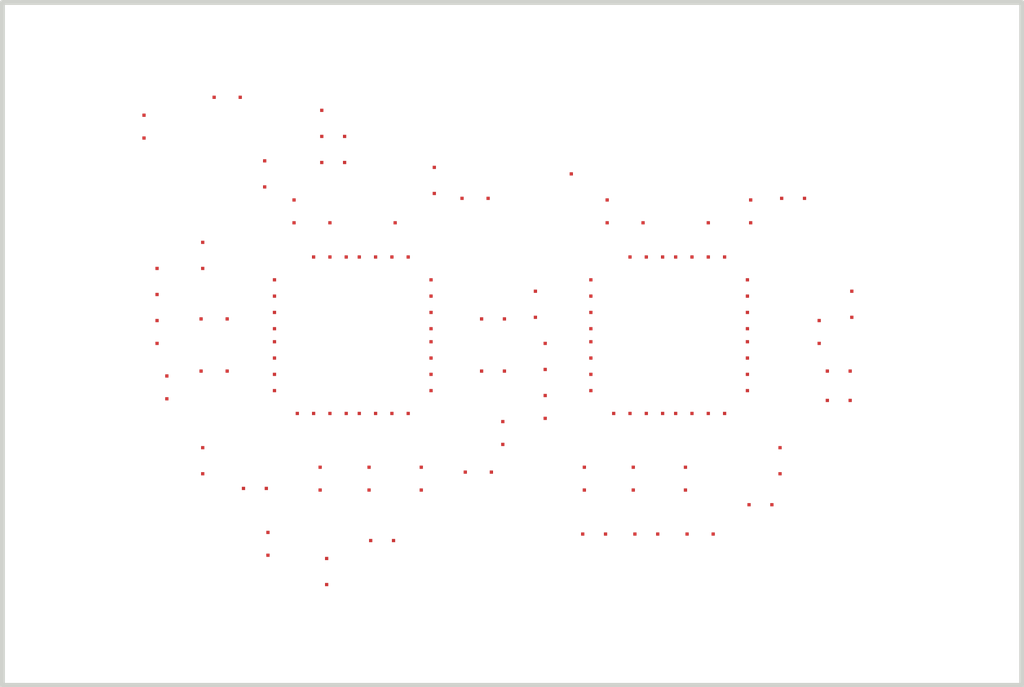
<source format=kicad_pcb>

(kicad_pcb (version 20171130) (host pcbnew "(5.1.2-1)-1")

  (general
    (thickness 1.6)
  )

  (page A4)
  (layers
    (0 Top signal)
    (31 Bottom signal)
    (32 B.Adhes user)
    (33 F.Adhes user)
    (34 B.Paste user)
    (35 F.Paste user)
    (36 B.SilkS user)
    (37 F.SilkS user)
    (38 B.Mask user)
    (39 F.Mask user)
    (40 Dwgs.User user)
    (41 Cmts.User user)
    (42 Eco1.User user)
    (43 Eco2.User user)
    (44 Edge.Cuts user)
    (45 Margin user)
    (46 B.CrtYd user)
    (47 F.CrtYd user)
    (48 B.Fab user)
    (49 F.Fab user)
  )
  (setup
    (last_trace_width 0.25)
    (trace_clearance 0.2)
    (zone_clearance 0.508)
    (zone_45_only no)
    (trace_min 0.2)
    (via_size 0.8)
    (via_drill 0.4)
    (via_min_size 0.4)
    (via_min_drill 0.3)
    (uvia_size 0.3)
    (uvia_drill 0.1)
    (uvias_allowed no)
    (uvia_min_size 0.2)
    (uvia_min_drill 0.1)
    (edge_width 0.05)
    (segment_width 0.2)
    (pcb_text_width 0.3)
    (pcb_text_size 1.5 1.5)
    (mod_edge_width 0.12)
    (mod_text_size 1 1)
    (mod_text_width 0.15)
    (pad_size 1.524 1.524)
    (pad_drill 0.762)
    (pad_to_mask_clearance 0.051)
    (solder_mask_min_width 0.25)
    (aux_axis_origin 0 0)
    (visible_elements FFFFEF7F)
    (pcbplotparams
      (layerselection 0x010fc_ffffffff)
      (usegerberextensions false)
      (usegerberattributes false)
      (usegerberadvancedattributes false)
      (creategerberjobfile false)
      (excludeedgelayer true)
      (linewidth 0.100000)
      (plotframeref false)
      (viasonmask false)
      (mode 1)
      (useauxorigin false)
      (hpglpennumber 1)
      (hpglpenspeed 20)
      (hpglpendiameter 15.000000)
      (psnegative false)
      (psa4output false)
      (plotreference true)
      (plotvalue true)
      (plotinvisibletext false)
      (padsonsilk false)
      (subtractmaskfromsilk false)
      (outputformat 1)
      (mirror false)
      (drillshape 1)
      (scaleselection 1)
      (outputdirectory ""))
  )
  (net 0 "")
  (net 1 N45)
  (net 2 N73)
  (net 3 N74)
  (net 4 N430)
  (net 5 N431)
  (net 6 N451)
  (net 7 N452)
  (net 8 N455)
  (net 9 N456)
  (net 10 N500)
  (net 11 N501)
  (net 12 N525)
  (net 13 N526)
  (net 14 N527)
  (net 15 N528)
  (net 16 N535)
  (net 17 N536)
  (net 18 N537)
  (net 19 N538)
  (net 20 N1836)
  (net 21 N1837)
  (net 22 N3608)
  (net 23 N3609)
  (net 24 N3610)
  (net 25 N3611)
  (net 26 N3612)
  (net 27 N3613)
  (net 28 N3614)
  (net 29 N3615)
  (net 30 N3616)
  (net 31 N3617)
  (net 32 N3618)
  (net 33 N3619)
  (net 34 N4119)
  (net 35 N4122)
  (net 36 N4128)
  (net 37 N4129)
  (net 38 N4138)
  (net 39 N4139)
  (net 40 N4160)
  (net 41 N4163)
  (net 42 N4171)
  (net 43 N4172)
  (net 44 N4178)
  (net 45 N4179)
  (net 46 N4185)
  (net 47 N4187)
  (net 48 N4194)
  (net 49 N4196)
  (net 50 N4212)
  (net 51 N4213)
  (net 52 N4214)
  (net 53 N4215)
  (net 54 N4230)
  (net 55 N4231)
  (net 56 N4232)
  (net 57 N4233)
  (net 58 N4243)
  (net 59 N4244)
  (net 60 N4246)
  (net 61 N4247)
  (net 62 N4249)
  (net 63 N4250)
  (net 64 N4257)
  (net 65 N4258)
  (net 66 N4260)
  (net 67 N4261)
  (net 68 N4263)
  (net 69 N4264)
  (net 70 N4302)
  (net 71 N4303)
  (net 72 N4307)
  (net 73 N4308)
  (net 74 N4312)
  (net 75 N4313)
  (net 76 N4317)
  (net 77 N4318)
  (net 78 N4382)
  (net 79 N4383)
  (net 80 N4387)
  (net 81 N4388)
  (net 82 N4392)
  (net 83 N4393)
  (net 84 N4397)
  (net 85 N4398)
  (net 86 N4427)
  (net 87 N4428)
  (net 88 N4585)
  (net 89 N4586)
  (net 90 N4590)
  (net 91 N4591)
  (net 92 N4649)
  (net 93 N4651)
  (net 94 N4658)
  (net 95 N4660)
  (net_class Default ""
    (add_net "")
    (add_net N45)
    (add_net N73)
    (add_net N74)
    (add_net N430)
    (add_net N431)
    (add_net N451)
    (add_net N452)
    (add_net N455)
    (add_net N456)
    (add_net N500)
    (add_net N501)
    (add_net N525)
    (add_net N526)
    (add_net N527)
    (add_net N528)
    (add_net N535)
    (add_net N536)
    (add_net N537)
    (add_net N538)
    (add_net N1836)
    (add_net N1837)
    (add_net N3608)
    (add_net N3609)
    (add_net N3610)
    (add_net N3611)
    (add_net N3612)
    (add_net N3613)
    (add_net N3614)
    (add_net N3615)
    (add_net N3616)
    (add_net N3617)
    (add_net N3618)
    (add_net N3619)
    (add_net N4119)
    (add_net N4122)
    (add_net N4128)
    (add_net N4129)
    (add_net N4138)
    (add_net N4139)
    (add_net N4160)
    (add_net N4163)
    (add_net N4171)
    (add_net N4172)
    (add_net N4178)
    (add_net N4179)
    (add_net N4185)
    (add_net N4187)
    (add_net N4194)
    (add_net N4196)
    (add_net N4212)
    (add_net N4213)
    (add_net N4214)
    (add_net N4215)
    (add_net N4230)
    (add_net N4231)
    (add_net N4232)
    (add_net N4233)
    (add_net N4243)
    (add_net N4244)
    (add_net N4246)
    (add_net N4247)
    (add_net N4249)
    (add_net N4250)
    (add_net N4257)
    (add_net N4258)
    (add_net N4260)
    (add_net N4261)
    (add_net N4263)
    (add_net N4264)
    (add_net N4302)
    (add_net N4303)
    (add_net N4307)
    (add_net N4308)
    (add_net N4312)
    (add_net N4313)
    (add_net N4317)
    (add_net N4318)
    (add_net N4382)
    (add_net N4383)
    (add_net N4387)
    (add_net N4388)
    (add_net N4392)
    (add_net N4393)
    (add_net N4397)
    (add_net N4398)
    (add_net N4427)
    (add_net N4428)
    (add_net N4585)
    (add_net N4586)
    (add_net N4590)
    (add_net N4591)
    (add_net N4649)
    (add_net N4651)
    (add_net N4658)
    (add_net N4660)
  )
  (module C2153 (layer Top) (tedit 0) (tstamp 0)
   (at 7.95 3.7)

    (fp_text
      reference
      C0
      (at 7.95 3.7)
      (layer F.SilkS)
      hide
      (effects (font (size 1.27 1.27) (thickness 0.15))))
    (fp_text
      value
      C0
      (at 7.95 3.7)
      (layer F.SilkS)
      hide
      (effects (font (size 1.27 1.27) (thickness 0.15))))

    (fp_poly (pts (xy -0.250 -0.500) (xy 0.250 -0.500) (xy 0.250 0.500) (xy -0.250 0.500) ) (layer F.Fab) (width 0.1))
    (pad 0 smd rect (at 0.000 0.400) (size 0.100 0.100) (layers Top *.Paste *.Mask)
      (net 1 N45)
    )
  )

  (module C2170 (layer Top) (tedit 0) (tstamp 0)
   (at 5.95 3.7)

    (fp_text
      reference
      C1
      (at 5.95 3.7)
      (layer F.SilkS)
      hide
      (effects (font (size 1.27 1.27) (thickness 0.15))))
    (fp_text
      value
      C1
      (at 5.95 3.7)
      (layer F.SilkS)
      hide
      (effects (font (size 1.27 1.27) (thickness 0.15))))

    (fp_poly (pts (xy -0.250 -0.500) (xy 0.250 -0.500) (xy 0.250 0.500) (xy -0.250 0.500) ) (layer F.Fab) (width 0.1))
    (pad 0 smd rect (at 0.000 0.400) (size 0.100 0.100) (layers Top *.Paste *.Mask)
      (net 1 N45)
    )
  )

  (module C564 (layer Top) (tedit 0) (tstamp 0)
   (at 17.55 3.7)

    (fp_text
      reference
      C2
      (at 17.55 3.7)
      (layer F.SilkS)
      hide
      (effects (font (size 1.27 1.27) (thickness 0.15))))
    (fp_text
      value
      C2
      (at 17.55 3.7)
      (layer F.SilkS)
      hide
      (effects (font (size 1.27 1.27) (thickness 0.15))))

    (fp_poly (pts (xy -0.250 -0.500) (xy 0.250 -0.500) (xy 0.250 0.500) (xy -0.250 0.500) ) (layer F.Fab) (width 0.1))
    (pad 0 smd rect (at 0.000 0.400) (size 0.100 0.100) (layers Top *.Paste *.Mask)
      (net 1 N45)
    )
  )

  (module C565 (layer Top) (tedit 0) (tstamp 0)
   (at 15.55 3.7)

    (fp_text
      reference
      C3
      (at 15.55 3.7)
      (layer F.SilkS)
      hide
      (effects (font (size 1.27 1.27) (thickness 0.15))))
    (fp_text
      value
      C3
      (at 15.55 3.7)
      (layer F.SilkS)
      hide
      (effects (font (size 1.27 1.27) (thickness 0.15))))

    (fp_poly (pts (xy -0.250 -0.500) (xy 0.250 -0.500) (xy 0.250 0.500) (xy -0.250 0.500) ) (layer F.Fab) (width 0.1))
    (pad 0 smd rect (at 0.000 0.400) (size 0.100 0.100) (layers Top *.Paste *.Mask)
      (net 1 N45)
    )
  )

  (module C693 (layer Top) (tedit 0) (tstamp 0)
   (at 3.95 2.6)

    (fp_text
      reference
      C4
      (at 3.95 2.6)
      (layer F.SilkS)
      hide
      (effects (font (size 1.27 1.27) (thickness 0.15))))
    (fp_text
      value
      C4
      (at 3.95 2.6)
      (layer F.SilkS)
      hide
      (effects (font (size 1.27 1.27) (thickness 0.15))))

    (fp_poly (pts (xy -0.250 -0.500) (xy 0.250 -0.500) (xy 0.250 0.500) (xy -0.250 0.500) ) (layer F.Fab) (width 0.1))
    (pad 0 smd rect (at 0.000 -0.400) (size 0.100 0.100) (layers Top *.Paste *.Mask)
      (net 50 N4212)
    )
    (pad 1 smd rect (at 0.000 0.400) (size 0.100 0.100) (layers Top *.Paste *.Mask)
      (net 51 N4213)
    )
  )

  (module C2186 (layer Top) (tedit 0) (tstamp 0)
   (at 2.05 5.1)

    (fp_text
      reference
      C5
      (at 2.05 5.1)
      (layer F.SilkS)
      hide
      (effects (font (size 1.27 1.27) (thickness 0.15))))
    (fp_text
      value
      C5
      (at 2.05 5.1)
      (layer F.SilkS)
      hide
      (effects (font (size 1.27 1.27) (thickness 0.15))))

    (fp_poly (pts (xy -0.250 -0.500) (xy 0.250 -0.500) (xy 0.250 0.500) (xy -0.250 0.500) ) (layer F.Fab) (width 0.1))
    (pad 0 smd rect (at 0.000 0.400) (size 0.100 0.100) (layers Top *.Paste *.Mask)
      (net 54 N4230)
    )
    (pad 1 smd rect (at 0.000 -0.400) (size 0.100 0.100) (layers Top *.Paste *.Mask)
      (net 55 N4231)
    )
  )

  (module C2173 (layer Top) (tedit 0) (tstamp 0)
   (at 2.05 11.4)

    (fp_text
      reference
      C6
      (at 2.05 11.4)
      (layer F.SilkS)
      hide
      (effects (font (size 1.27 1.27) (thickness 0.15))))
    (fp_text
      value
      C6
      (at 2.05 11.4)
      (layer F.SilkS)
      hide
      (effects (font (size 1.27 1.27) (thickness 0.15))))

    (fp_poly (pts (xy -0.250 -0.500) (xy 0.250 -0.500) (xy 0.250 0.500) (xy -0.250 0.500) ) (layer F.Fab) (width 0.1))
    (pad 0 smd rect (at 0.000 0.400) (size 0.100 0.100) (layers Top *.Paste *.Mask)
      (net 92 N4649)
    )
    (pad 1 smd rect (at 0.000 -0.400) (size 0.100 0.100) (layers Top *.Paste *.Mask)
      (net 93 N4651)
    )
  )

  (module C2172 (layer Top) (tedit 0) (tstamp 0)
   (at 0.95 9.1)

    (fp_text
      reference
      C7
      (at 0.95 9.1)
      (layer F.SilkS)
      hide
      (effects (font (size 1.27 1.27) (thickness 0.15))))
    (fp_text
      value
      C7
      (at 0.95 9.1)
      (layer F.SilkS)
      hide
      (effects (font (size 1.27 1.27) (thickness 0.15))))

    (fp_poly (pts (xy -0.250 -0.500) (xy 0.250 -0.500) (xy 0.250 0.500) (xy -0.250 0.500) ) (layer F.Fab) (width 0.1))
    (pad 0 smd rect (at 0.000 -0.300) (size 0.100 0.100) (layers Top *.Paste *.Mask)
      (net 94 N4658)
    )
    (pad 1 smd rect (at 0.000 0.400) (size 0.100 0.100) (layers Top *.Paste *.Mask)
      (net 95 N4660)
    )
  )

  (module C2171 (layer Top) (tedit 0) (tstamp 0)
   (at 2.4 8.65)

    (fp_text
      reference
      C8
      (at 2.4 8.65)
      (layer F.SilkS)
      hide
      (effects (font (size 1.27 1.27) (thickness 0.15))))
    (fp_text
      value
      C8
      (at 2.4 8.65)
      (layer F.SilkS)
      hide
      (effects (font (size 1.27 1.27) (thickness 0.15))))

    (fp_poly (pts (xy -0.500 -0.250) (xy 0.500 -0.250) (xy 0.500 0.250) (xy -0.500 0.250) ) (layer F.Fab) (width 0.1))
    (pad 0 smd rect (at -0.400 0.000) (size 0.100 0.100) (layers Top *.Paste *.Mask)
      (net 42 N4171)
    )
    (pad 1 smd rect (at 0.400 0.000) (size 0.100 0.100) (layers Top *.Paste *.Mask)
      (net 43 N4172)
    )
  )

  (module C2156 (layer Top) (tedit 0) (tstamp 0)
   (at 0.65 7.4)

    (fp_text
      reference
      C9
      (at 0.65 7.4)
      (layer F.SilkS)
      hide
      (effects (font (size 1.27 1.27) (thickness 0.15))))
    (fp_text
      value
      C9
      (at 0.65 7.4)
      (layer F.SilkS)
      hide
      (effects (font (size 1.27 1.27) (thickness 0.15))))

    (fp_poly (pts (xy -0.250 -0.500) (xy 0.250 -0.500) (xy 0.250 0.500) (xy -0.250 0.500) ) (layer F.Fab) (width 0.1))
    (pad 0 smd rect (at 0.000 -0.300) (size 0.100 0.100) (layers Top *.Paste *.Mask)
      (net 44 N4178)
    )
    (pad 1 smd rect (at 0.000 0.400) (size 0.100 0.100) (layers Top *.Paste *.Mask)
      (net 45 N4179)
    )
  )

  (module C2155 (layer Top) (tedit 0) (tstamp 0)
   (at 7.15 11.9)

    (fp_text
      reference
      C10
      (at 7.15 11.9)
      (layer F.SilkS)
      hide
      (effects (font (size 1.27 1.27) (thickness 0.15))))
    (fp_text
      value
      C10
      (at 7.15 11.9)
      (layer F.SilkS)
      hide
      (effects (font (size 1.27 1.27) (thickness 0.15))))

    (fp_poly (pts (xy -0.250 -0.500) (xy 0.250 -0.500) (xy 0.250 0.500) (xy -0.250 0.500) ) (layer F.Fab) (width 0.1))
    (pad 0 smd rect (at 0.000 0.400) (size 0.100 0.100) (layers Top *.Paste *.Mask)
      (net 38 N4138)
    )
    (pad 1 smd rect (at 0.000 -0.300) (size 0.100 0.100) (layers Top *.Paste *.Mask)
      (net 39 N4139)
    )
  )

  (module C2154 (layer Top) (tedit 0) (tstamp 0)
   (at 5.85 14.8)

    (fp_text
      reference
      C11
      (at 5.85 14.8)
      (layer F.SilkS)
      hide
      (effects (font (size 1.27 1.27) (thickness 0.15))))
    (fp_text
      value
      C11
      (at 5.85 14.8)
      (layer F.SilkS)
      hide
      (effects (font (size 1.27 1.27) (thickness 0.15))))

    (fp_poly (pts (xy -0.250 -0.500) (xy 0.250 -0.500) (xy 0.250 0.500) (xy -0.250 0.500) ) (layer F.Fab) (width 0.1))
    (pad 0 smd rect (at 0.000 0.400) (size 0.100 0.100) (layers Top *.Paste *.Mask)
      (net 46 N4185)
    )
    (pad 1 smd rect (at 0.000 -0.400) (size 0.100 0.100) (layers Top *.Paste *.Mask)
      (net 47 N4187)
    )
  )

  (module C2141 (layer Top) (tedit 0) (tstamp 0)
   (at 5.65 11.9)

    (fp_text
      reference
      C12
      (at 5.65 11.9)
      (layer F.SilkS)
      hide
      (effects (font (size 1.27 1.27) (thickness 0.15))))
    (fp_text
      value
      C12
      (at 5.65 11.9)
      (layer F.SilkS)
      hide
      (effects (font (size 1.27 1.27) (thickness 0.15))))

    (fp_poly (pts (xy -0.250 -0.500) (xy 0.250 -0.500) (xy 0.250 0.500) (xy -0.250 0.500) ) (layer F.Fab) (width 0.1))
    (pad 0 smd rect (at 0.000 0.400) (size 0.100 0.100) (layers Top *.Paste *.Mask)
      (net 48 N4194)
    )
    (pad 1 smd rect (at 0.000 -0.300) (size 0.100 0.100) (layers Top *.Paste *.Mask)
      (net 49 N4196)
    )
  )

  (module C2128 (layer Top) (tedit 0) (tstamp 0)
   (at 4.05 14)

    (fp_text
      reference
      C13
      (at 4.05 14)
      (layer F.SilkS)
      hide
      (effects (font (size 1.27 1.27) (thickness 0.15))))
    (fp_text
      value
      C13
      (at 4.05 14)
      (layer F.SilkS)
      hide
      (effects (font (size 1.27 1.27) (thickness 0.15))))

    (fp_poly (pts (xy -0.250 -0.500) (xy 0.250 -0.500) (xy 0.250 0.500) (xy -0.250 0.500) ) (layer F.Fab) (width 0.1))
    (pad 0 smd rect (at 0.000 0.300) (size 0.100 0.100) (layers Top *.Paste *.Mask)
      (net 34 N4119)
    )
    (pad 1 smd rect (at 0.000 -0.400) (size 0.100 0.100) (layers Top *.Paste *.Mask)
      (net 35 N4122)
    )
  )

  (module C615 (layer Top) (tedit 0) (tstamp 0)
   (at 2.4 7.05)

    (fp_text
      reference
      C14
      (at 2.4 7.05)
      (layer F.SilkS)
      hide
      (effects (font (size 1.27 1.27) (thickness 0.15))))
    (fp_text
      value
      C14
      (at 2.4 7.05)
      (layer F.SilkS)
      hide
      (effects (font (size 1.27 1.27) (thickness 0.15))))

    (fp_poly (pts (xy -0.500 -0.250) (xy 0.500 -0.250) (xy 0.500 0.250) (xy -0.500 0.250) ) (layer F.Fab) (width 0.1))
    (pad 0 smd rect (at -0.400 0.000) (size 0.100 0.100) (layers Top *.Paste *.Mask)
      (net 4 N430)
    )
    (pad 1 smd rect (at 0.400 0.000) (size 0.100 0.100) (layers Top *.Paste *.Mask)
      (net 5 N431)
    )
  )

  (module C616 (layer Top) (tedit 0) (tstamp 0)
   (at 0.65 5.9)

    (fp_text
      reference
      C15
      (at 0.65 5.9)
      (layer F.SilkS)
      hide
      (effects (font (size 1.27 1.27) (thickness 0.15))))
    (fp_text
      value
      C15
      (at 0.65 5.9)
      (layer F.SilkS)
      hide
      (effects (font (size 1.27 1.27) (thickness 0.15))))

    (fp_poly (pts (xy -0.250 -0.500) (xy 0.250 -0.500) (xy 0.250 0.500) (xy -0.250 0.500) ) (layer F.Fab) (width 0.1))
    (pad 0 smd rect (at 0.000 -0.400) (size 0.100 0.100) (layers Top *.Paste *.Mask)
      (net 6 N451)
    )
    (pad 1 smd rect (at 0.000 0.400) (size 0.100 0.100) (layers Top *.Paste *.Mask)
      (net 7 N452)
    )
  )

  (module C623 (layer Top) (tedit 0) (tstamp 0)
   (at 14.1 13.65)

    (fp_text
      reference
      C16
      (at 14.1 13.65)
      (layer F.SilkS)
      hide
      (effects (font (size 1.27 1.27) (thickness 0.15))))
    (fp_text
      value
      C16
      (at 14.1 13.65)
      (layer F.SilkS)
      hide
      (effects (font (size 1.27 1.27) (thickness 0.15))))

    (fp_poly (pts (xy -0.500 -0.250) (xy 0.500 -0.250) (xy 0.500 0.250) (xy -0.500 0.250) ) (layer F.Fab) (width 0.1))
    (pad 0 smd rect (at -0.400 0.000) (size 0.100 0.100) (layers Top *.Paste *.Mask)
      (net 56 N4232)
    )
    (pad 1 smd rect (at 0.300 0.000) (size 0.100 0.100) (layers Top *.Paste *.Mask)
      (net 57 N4233)
    )
  )

  (module C692 (layer Top) (tedit 0) (tstamp 0)
   (at 13.75 11.9)

    (fp_text
      reference
      C17
      (at 13.75 11.9)
      (layer F.SilkS)
      hide
      (effects (font (size 1.27 1.27) (thickness 0.15))))
    (fp_text
      value
      C17
      (at 13.75 11.9)
      (layer F.SilkS)
      hide
      (effects (font (size 1.27 1.27) (thickness 0.15))))

    (fp_poly (pts (xy -0.250 -0.500) (xy 0.250 -0.500) (xy 0.250 0.500) (xy -0.250 0.500) ) (layer F.Fab) (width 0.1))
    (pad 0 smd rect (at 0.000 0.400) (size 0.100 0.100) (layers Top *.Paste *.Mask)
      (net 52 N4214)
    )
    (pad 1 smd rect (at 0.000 -0.300) (size 0.100 0.100) (layers Top *.Paste *.Mask)
      (net 53 N4215)
    )
  )

  (module C613 (layer Top) (tedit 0) (tstamp 0)
   (at 18.85 3.7)

    (fp_text
      reference
      C18
      (at 18.85 3.7)
      (layer F.SilkS)
      hide
      (effects (font (size 1.27 1.27) (thickness 0.15))))
    (fp_text
      value
      C18
      (at 18.85 3.7)
      (layer F.SilkS)
      hide
      (effects (font (size 1.27 1.27) (thickness 0.15))))

    (fp_poly (pts (xy -0.250 -0.500) (xy 0.250 -0.500) (xy 0.250 0.500) (xy -0.250 0.500) ) (layer F.Fab) (width 0.1))
    (pad 0 smd rect (at 0.000 -0.300) (size 0.100 0.100) (layers Top *.Paste *.Mask)
      (net 8 N455)
    )
    (pad 1 smd rect (at 0.000 0.400) (size 0.100 0.100) (layers Top *.Paste *.Mask)
      (net 9 N456)
    )
  )

  (module C511 (layer Top) (tedit 0) (tstamp 0)
   (at 21.6 9.55)

    (fp_text
      reference
      C19
      (at 21.6 9.55)
      (layer F.SilkS)
      hide
      (effects (font (size 1.27 1.27) (thickness 0.15))))
    (fp_text
      value
      C19
      (at 21.6 9.55)
      (layer F.SilkS)
      hide
      (effects (font (size 1.27 1.27) (thickness 0.15))))

    (fp_poly (pts (xy -0.500 -0.250) (xy 0.500 -0.250) (xy 0.500 0.250) (xy -0.500 0.250) ) (layer F.Fab) (width 0.1))
    (pad 0 smd rect (at 0.300 0.000) (size 0.100 0.100) (layers Top *.Paste *.Mask)
      (net 36 N4128)
    )
    (pad 1 smd rect (at -0.400 0.000) (size 0.100 0.100) (layers Top *.Paste *.Mask)
      (net 37 N4129)
    )
  )

  (module C2204 (layer Top) (tedit 0) (tstamp 0)
   (at 14.45 3.7)

    (fp_text
      reference
      C20
      (at 14.45 3.7)
      (layer F.SilkS)
      hide
      (effects (font (size 1.27 1.27) (thickness 0.15))))
    (fp_text
      value
      C20
      (at 14.45 3.7)
      (layer F.SilkS)
      hide
      (effects (font (size 1.27 1.27) (thickness 0.15))))

    (fp_poly (pts (xy -0.250 -0.500) (xy 0.250 -0.500) (xy 0.250 0.500) (xy -0.250 0.500) ) (layer F.Fab) (width 0.1))
    (pad 0 smd rect (at 0.000 0.400) (size 0.100 0.100) (layers Top *.Paste *.Mask)
      (net 1 N45)
    )
    (pad 1 smd rect (at 0.000 -0.300) (size 0.100 0.100) (layers Top *.Paste *.Mask)
      (net 3 N74)
    )
  )

  (module C2203 (layer Top) (tedit 0) (tstamp 0)
   (at 13.35 2.2)

    (fp_text
      reference
      C21
      (at 13.35 2.2)
      (layer F.SilkS)
      hide
      (effects (font (size 1.27 1.27) (thickness 0.15))))
    (fp_text
      value
      C21
      (at 13.35 2.2)
      (layer F.SilkS)
      hide
      (effects (font (size 1.27 1.27) (thickness 0.15))))

    (fp_poly (pts (xy -0.250 -0.500) (xy 0.250 -0.500) (xy 0.250 0.500) (xy -0.250 0.500) ) (layer F.Fab) (width 0.1))
    (pad 0 smd rect (at 0.000 0.400) (size 0.100 0.100) (layers Top *.Paste *.Mask)
      (net 3 N74)
    )
  )

  (module C2198 (layer Top) (tedit 0) (tstamp 0)
   (at 4.85 3.7)

    (fp_text
      reference
      C22
      (at 4.85 3.7)
      (layer F.SilkS)
      hide
      (effects (font (size 1.27 1.27) (thickness 0.15))))
    (fp_text
      value
      C22
      (at 4.85 3.7)
      (layer F.SilkS)
      hide
      (effects (font (size 1.27 1.27) (thickness 0.15))))

    (fp_poly (pts (xy -0.250 -0.500) (xy 0.250 -0.500) (xy 0.250 0.500) (xy -0.250 0.500) ) (layer F.Fab) (width 0.1))
    (pad 0 smd rect (at 0.000 0.400) (size 0.100 0.100) (layers Top *.Paste *.Mask)
      (net 1 N45)
    )
    (pad 1 smd rect (at 0.000 -0.300) (size 0.100 0.100) (layers Top *.Paste *.Mask)
      (net 2 N73)
    )
  )

  (module C2197 (layer Top) (tedit 0) (tstamp 0)
   (at 6 0.65)

    (fp_text
      reference
      C23
      (at 6 0.65)
      (layer F.SilkS)
      hide
      (effects (font (size 1.27 1.27) (thickness 0.15))))
    (fp_text
      value
      C23
      (at 6 0.65)
      (layer F.SilkS)
      hide
      (effects (font (size 1.27 1.27) (thickness 0.15))))

    (fp_poly (pts (xy -0.500 -0.250) (xy 0.500 -0.250) (xy 0.500 0.250) (xy -0.500 0.250) ) (layer F.Fab) (width 0.1))
    (pad 0 smd rect (at -0.300 0.000) (size 0.100 0.100) (layers Top *.Paste *.Mask)
      (net 2 N73)
    )
  )

  (module C2125 (layer Top) (tedit 0) (tstamp 0)
   (at 2.8 0.25)

    (fp_text
      reference
      C24
      (at 2.8 0.25)
      (layer F.SilkS)
      hide
      (effects (font (size 1.27 1.27) (thickness 0.15))))
    (fp_text
      value
      C24
      (at 2.8 0.25)
      (layer F.SilkS)
      hide
      (effects (font (size 1.27 1.27) (thickness 0.15))))

    (fp_poly (pts (xy -0.500 -0.250) (xy 0.500 -0.250) (xy 0.500 0.250) (xy -0.500 0.250) ) (layer F.Fab) (width 0.1))
    (pad 0 smd rect (at 0.400 0.000) (size 0.100 0.100) (layers Top *.Paste *.Mask)
      (net 1 N45)
    )
    (pad 1 smd rect (at -0.400 0.000) (size 0.100 0.100) (layers Top *.Paste *.Mask)
      (net 20 N1836)
    )
  )

  (module C2119 (layer Top) (tedit 0) (tstamp 0)
   (at 0.25 1.1)

    (fp_text
      reference
      C25
      (at 0.25 1.1)
      (layer F.SilkS)
      hide
      (effects (font (size 1.27 1.27) (thickness 0.15))))
    (fp_text
      value
      C25
      (at 0.25 1.1)
      (layer F.SilkS)
      hide
      (effects (font (size 1.27 1.27) (thickness 0.15))))

    (fp_poly (pts (xy -0.250 -0.500) (xy 0.250 -0.500) (xy 0.250 0.500) (xy -0.250 0.500) ) (layer F.Fab) (width 0.1))
    (pad 0 smd rect (at 0.000 0.400) (size 0.100 0.100) (layers Top *.Paste *.Mask)
      (net 1 N45)
    )
    (pad 1 smd rect (at 0.000 -0.300) (size 0.100 0.100) (layers Top *.Paste *.Mask)
      (net 21 N1837)
    )
  )

  (module C2130 (layer Top) (tedit 0) (tstamp 0)
   (at 6 1.45)

    (fp_text
      reference
      C26
      (at 6 1.45)
      (layer F.SilkS)
      hide
      (effects (font (size 1.27 1.27) (thickness 0.15))))
    (fp_text
      value
      C26
      (at 6 1.45)
      (layer F.SilkS)
      hide
      (effects (font (size 1.27 1.27) (thickness 0.15))))

    (fp_poly (pts (xy -0.500 -0.250) (xy 0.500 -0.250) (xy 0.500 0.250) (xy -0.500 0.250) ) (layer F.Fab) (width 0.1))
    (pad 0 smd rect (at -0.300 0.000) (size 0.100 0.100) (layers Top *.Paste *.Mask)
      (net 10 N500)
    )
    (pad 1 smd rect (at 0.400 0.000) (size 0.100 0.100) (layers Top *.Paste *.Mask)
      (net 11 N501)
    )
  )

  (module C2129 (layer Top) (tedit 0) (tstamp 0)
   (at 6 2.25)

    (fp_text
      reference
      C27
      (at 6 2.25)
      (layer F.SilkS)
      hide
      (effects (font (size 1.27 1.27) (thickness 0.15))))
    (fp_text
      value
      C27
      (at 6 2.25)
      (layer F.SilkS)
      hide
      (effects (font (size 1.27 1.27) (thickness 0.15))))

    (fp_poly (pts (xy -0.500 -0.250) (xy 0.500 -0.250) (xy 0.500 0.250) (xy -0.500 0.250) ) (layer F.Fab) (width 0.1))
    (pad 0 smd rect (at -0.300 0.000) (size 0.100 0.100) (layers Top *.Paste *.Mask)
      (net 1 N45)
    )
    (pad 1 smd rect (at 0.400 0.000) (size 0.100 0.100) (layers Top *.Paste *.Mask)
      (net 11 N501)
    )
  )

  (module C2199 (layer Top) (tedit 0) (tstamp 0)
   (at 20.1 3.35)

    (fp_text
      reference
      C28
      (at 20.1 3.35)
      (layer F.SilkS)
      hide
      (effects (font (size 1.27 1.27) (thickness 0.15))))
    (fp_text
      value
      C28
      (at 20.1 3.35)
      (layer F.SilkS)
      hide
      (effects (font (size 1.27 1.27) (thickness 0.15))))

    (fp_poly (pts (xy -0.500 -0.250) (xy 0.500 -0.250) (xy 0.500 0.250) (xy -0.500 0.250) ) (layer F.Fab) (width 0.1))
    (pad 0 smd rect (at -0.300 0.000) (size 0.100 0.100) (layers Top *.Paste *.Mask)
      (net 12 N525)
    )
    (pad 1 smd rect (at 0.400 0.000) (size 0.100 0.100) (layers Top *.Paste *.Mask)
      (net 13 N526)
    )
  )

  (module C2192 (layer Top) (tedit 0) (tstamp 0)
   (at 21.95 6.6)

    (fp_text
      reference
      C29
      (at 21.95 6.6)
      (layer F.SilkS)
      hide
      (effects (font (size 1.27 1.27) (thickness 0.15))))
    (fp_text
      value
      C29
      (at 21.95 6.6)
      (layer F.SilkS)
      hide
      (effects (font (size 1.27 1.27) (thickness 0.15))))

    (fp_poly (pts (xy -0.250 -0.500) (xy 0.250 -0.500) (xy 0.250 0.500) (xy -0.250 0.500) ) (layer F.Fab) (width 0.1))
    (pad 0 smd rect (at 0.000 0.400) (size 0.100 0.100) (layers Top *.Paste *.Mask)
      (net 14 N527)
    )
    (pad 1 smd rect (at 0.000 -0.400) (size 0.100 0.100) (layers Top *.Paste *.Mask)
      (net 15 N528)
    )
  )

  (module C2142 (layer Top) (tedit 0) (tstamp 0)
   (at 20.95 7.4)

    (fp_text
      reference
      C30
      (at 20.95 7.4)
      (layer F.SilkS)
      hide
      (effects (font (size 1.27 1.27) (thickness 0.15))))
    (fp_text
      value
      C30
      (at 20.95 7.4)
      (layer F.SilkS)
      hide
      (effects (font (size 1.27 1.27) (thickness 0.15))))

    (fp_poly (pts (xy -0.250 -0.500) (xy 0.250 -0.500) (xy 0.250 0.500) (xy -0.250 0.500) ) (layer F.Fab) (width 0.1))
    (pad 0 smd rect (at 0.000 -0.300) (size 0.100 0.100) (layers Top *.Paste *.Mask)
      (net 16 N535)
    )
    (pad 1 smd rect (at 0.000 0.400) (size 0.100 0.100) (layers Top *.Paste *.Mask)
      (net 17 N536)
    )
  )

  (module C2135 (layer Top) (tedit 0) (tstamp 0)
   (at 21.6 8.65)

    (fp_text
      reference
      C31
      (at 21.6 8.65)
      (layer F.SilkS)
      hide
      (effects (font (size 1.27 1.27) (thickness 0.15))))
    (fp_text
      value
      C31
      (at 21.6 8.65)
      (layer F.SilkS)
      hide
      (effects (font (size 1.27 1.27) (thickness 0.15))))

    (fp_poly (pts (xy -0.500 -0.250) (xy 0.500 -0.250) (xy 0.500 0.250) (xy -0.500 0.250) ) (layer F.Fab) (width 0.1))
    (pad 0 smd rect (at 0.300 0.000) (size 0.100 0.100) (layers Top *.Paste *.Mask)
      (net 18 N537)
    )
    (pad 1 smd rect (at -0.400 0.000) (size 0.100 0.100) (layers Top *.Paste *.Mask)
      (net 19 N538)
    )
  )

  (module C2169 (layer Top) (tedit 0) (tstamp 0)
   (at 7.6 13.85)

    (fp_text
      reference
      C32
      (at 7.6 13.85)
      (layer F.SilkS)
      hide
      (effects (font (size 1.27 1.27) (thickness 0.15))))
    (fp_text
      value
      C32
      (at 7.6 13.85)
      (layer F.SilkS)
      hide
      (effects (font (size 1.27 1.27) (thickness 0.15))))

    (fp_poly (pts (xy -0.500 -0.250) (xy 0.500 -0.250) (xy 0.500 0.250) (xy -0.500 0.250) ) (layer F.Fab) (width 0.1))
    (pad 0 smd rect (at -0.400 0.000) (size 0.100 0.100) (layers Top *.Paste *.Mask)
      (net 40 N4160)
    )
    (pad 1 smd rect (at 0.300 0.000) (size 0.100 0.100) (layers Top *.Paste *.Mask)
      (net 41 N4163)
    )
  )

  (module C2168 (layer Top) (tedit 0) (tstamp 0)
   (at 17.3 13.65)

    (fp_text
      reference
      C33
      (at 17.3 13.65)
      (layer F.SilkS)
      hide
      (effects (font (size 1.27 1.27) (thickness 0.15))))
    (fp_text
      value
      C33
      (at 17.3 13.65)
      (layer F.SilkS)
      hide
      (effects (font (size 1.27 1.27) (thickness 0.15))))

    (fp_poly (pts (xy -0.500 -0.250) (xy 0.500 -0.250) (xy 0.500 0.250) (xy -0.500 0.250) ) (layer F.Fab) (width 0.1))
    (pad 0 smd rect (at -0.400 0.000) (size 0.100 0.100) (layers Top *.Paste *.Mask)
      (net 62 N4249)
    )
    (pad 1 smd rect (at 0.400 0.000) (size 0.100 0.100) (layers Top *.Paste *.Mask)
      (net 63 N4250)
    )
  )

  (module C2182 (layer Top) (tedit 0) (tstamp 0)
   (at 16.85 11.9)

    (fp_text
      reference
      C34
      (at 16.85 11.9)
      (layer F.SilkS)
      hide
      (effects (font (size 1.27 1.27) (thickness 0.15))))
    (fp_text
      value
      C34
      (at 16.85 11.9)
      (layer F.SilkS)
      hide
      (effects (font (size 1.27 1.27) (thickness 0.15))))

    (fp_poly (pts (xy -0.250 -0.500) (xy 0.250 -0.500) (xy 0.250 0.500) (xy -0.250 0.500) ) (layer F.Fab) (width 0.1))
    (pad 0 smd rect (at 0.000 0.400) (size 0.100 0.100) (layers Top *.Paste *.Mask)
      (net 68 N4263)
    )
    (pad 1 smd rect (at 0.000 -0.300) (size 0.100 0.100) (layers Top *.Paste *.Mask)
      (net 69 N4264)
    )
  )

  (module C2127 (layer Top) (tedit 0) (tstamp 0)
   (at 9.15 2.8)

    (fp_text
      reference
      C35
      (at 9.15 2.8)
      (layer F.SilkS)
      hide
      (effects (font (size 1.27 1.27) (thickness 0.15))))
    (fp_text
      value
      C35
      (at 9.15 2.8)
      (layer F.SilkS)
      hide
      (effects (font (size 1.27 1.27) (thickness 0.15))))

    (fp_poly (pts (xy -0.250 -0.500) (xy 0.250 -0.500) (xy 0.250 0.500) (xy -0.250 0.500) ) (layer F.Fab) (width 0.1))
    (pad 0 smd rect (at 0.000 -0.400) (size 0.100 0.100) (layers Top *.Paste *.Mask)
      (net 88 N4585)
    )
    (pad 1 smd rect (at 0.000 0.400) (size 0.100 0.100) (layers Top *.Paste *.Mask)
      (net 89 N4586)
    )
  )

  (module C2126 (layer Top) (tedit 0) (tstamp 0)
   (at 10.4 3.35)

    (fp_text
      reference
      C36
      (at 10.4 3.35)
      (layer F.SilkS)
      hide
      (effects (font (size 1.27 1.27) (thickness 0.15))))
    (fp_text
      value
      C36
      (at 10.4 3.35)
      (layer F.SilkS)
      hide
      (effects (font (size 1.27 1.27) (thickness 0.15))))

    (fp_poly (pts (xy -0.500 -0.250) (xy 0.500 -0.250) (xy 0.500 0.250) (xy -0.500 0.250) ) (layer F.Fab) (width 0.1))
    (pad 0 smd rect (at -0.400 0.000) (size 0.100 0.100) (layers Top *.Paste *.Mask)
      (net 78 N4382)
    )
    (pad 1 smd rect (at 0.400 0.000) (size 0.100 0.100) (layers Top *.Paste *.Mask)
      (net 79 N4383)
    )
  )

  (module C2134 (layer Top) (tedit 0) (tstamp 0)
   (at 12.25 6.6)

    (fp_text
      reference
      C37
      (at 12.25 6.6)
      (layer F.SilkS)
      hide
      (effects (font (size 1.27 1.27) (thickness 0.15))))
    (fp_text
      value
      C37
      (at 12.25 6.6)
      (layer F.SilkS)
      hide
      (effects (font (size 1.27 1.27) (thickness 0.15))))

    (fp_poly (pts (xy -0.250 -0.500) (xy 0.250 -0.500) (xy 0.250 0.500) (xy -0.250 0.500) ) (layer F.Fab) (width 0.1))
    (pad 0 smd rect (at 0.000 0.400) (size 0.100 0.100) (layers Top *.Paste *.Mask)
      (net 82 N4392)
    )
    (pad 1 smd rect (at 0.000 -0.400) (size 0.100 0.100) (layers Top *.Paste *.Mask)
      (net 83 N4393)
    )
  )

  (module C2133 (layer Top) (tedit 0) (tstamp 0)
   (at 10.9 7.05)

    (fp_text
      reference
      C38
      (at 10.9 7.05)
      (layer F.SilkS)
      hide
      (effects (font (size 1.27 1.27) (thickness 0.15))))
    (fp_text
      value
      C38
      (at 10.9 7.05)
      (layer F.SilkS)
      hide
      (effects (font (size 1.27 1.27) (thickness 0.15))))

    (fp_poly (pts (xy -0.500 -0.250) (xy 0.500 -0.250) (xy 0.500 0.250) (xy -0.500 0.250) ) (layer F.Fab) (width 0.1))
    (pad 0 smd rect (at 0.400 0.000) (size 0.100 0.100) (layers Top *.Paste *.Mask)
      (net 70 N4302)
    )
    (pad 1 smd rect (at -0.300 0.000) (size 0.100 0.100) (layers Top *.Paste *.Mask)
      (net 71 N4303)
    )
  )

  (module C2140 (layer Top) (tedit 0) (tstamp 0)
   (at 12.55 8.2)

    (fp_text
      reference
      C39
      (at 12.55 8.2)
      (layer F.SilkS)
      hide
      (effects (font (size 1.27 1.27) (thickness 0.15))))
    (fp_text
      value
      C39
      (at 12.55 8.2)
      (layer F.SilkS)
      hide
      (effects (font (size 1.27 1.27) (thickness 0.15))))

    (fp_poly (pts (xy -0.250 -0.500) (xy 0.250 -0.500) (xy 0.250 0.500) (xy -0.250 0.500) ) (layer F.Fab) (width 0.1))
    (pad 0 smd rect (at 0.000 0.400) (size 0.100 0.100) (layers Top *.Paste *.Mask)
      (net 74 N4312)
    )
    (pad 1 smd rect (at 0.000 -0.400) (size 0.100 0.100) (layers Top *.Paste *.Mask)
      (net 75 N4313)
    )
  )

  (module C2139 (layer Top) (tedit 0) (tstamp 0)
   (at 10.9 8.65)

    (fp_text
      reference
      C40
      (at 10.9 8.65)
      (layer F.SilkS)
      hide
      (effects (font (size 1.27 1.27) (thickness 0.15))))
    (fp_text
      value
      C40
      (at 10.9 8.65)
      (layer F.SilkS)
      hide
      (effects (font (size 1.27 1.27) (thickness 0.15))))

    (fp_poly (pts (xy -0.500 -0.250) (xy 0.500 -0.250) (xy 0.500 0.250) (xy -0.500 0.250) ) (layer F.Fab) (width 0.1))
    (pad 0 smd rect (at 0.400 0.000) (size 0.100 0.100) (layers Top *.Paste *.Mask)
      (net 90 N4590)
    )
    (pad 1 smd rect (at -0.300 0.000) (size 0.100 0.100) (layers Top *.Paste *.Mask)
      (net 91 N4591)
    )
  )

  (module C2138 (layer Top) (tedit 0) (tstamp 0)
   (at 12.55 9.8)

    (fp_text
      reference
      C41
      (at 12.55 9.8)
      (layer F.SilkS)
      hide
      (effects (font (size 1.27 1.27) (thickness 0.15))))
    (fp_text
      value
      C41
      (at 12.55 9.8)
      (layer F.SilkS)
      hide
      (effects (font (size 1.27 1.27) (thickness 0.15))))

    (fp_poly (pts (xy -0.250 -0.500) (xy 0.250 -0.500) (xy 0.250 0.500) (xy -0.250 0.500) ) (layer F.Fab) (width 0.1))
    (pad 0 smd rect (at 0.000 0.300) (size 0.100 0.100) (layers Top *.Paste *.Mask)
      (net 80 N4387)
    )
    (pad 1 smd rect (at 0.000 -0.400) (size 0.100 0.100) (layers Top *.Paste *.Mask)
      (net 81 N4388)
    )
  )

  (module C2152 (layer Top) (tedit 0) (tstamp 0)
   (at 11.25 10.6)

    (fp_text
      reference
      C42
      (at 11.25 10.6)
      (layer F.SilkS)
      hide
      (effects (font (size 1.27 1.27) (thickness 0.15))))
    (fp_text
      value
      C42
      (at 11.25 10.6)
      (layer F.SilkS)
      hide
      (effects (font (size 1.27 1.27) (thickness 0.15))))

    (fp_poly (pts (xy -0.250 -0.500) (xy 0.250 -0.500) (xy 0.250 0.500) (xy -0.250 0.500) ) (layer F.Fab) (width 0.1))
    (pad 0 smd rect (at 0.000 -0.400) (size 0.100 0.100) (layers Top *.Paste *.Mask)
      (net 84 N4397)
    )
    (pad 1 smd rect (at 0.000 0.300) (size 0.100 0.100) (layers Top *.Paste *.Mask)
      (net 85 N4398)
    )
  )

  (module C2151 (layer Top) (tedit 0) (tstamp 0)
   (at 10.5 11.75)

    (fp_text
      reference
      C43
      (at 10.5 11.75)
      (layer F.SilkS)
      hide
      (effects (font (size 1.27 1.27) (thickness 0.15))))
    (fp_text
      value
      C43
      (at 10.5 11.75)
      (layer F.SilkS)
      hide
      (effects (font (size 1.27 1.27) (thickness 0.15))))

    (fp_poly (pts (xy -0.500 -0.250) (xy 0.500 -0.250) (xy 0.500 0.250) (xy -0.500 0.250) ) (layer F.Fab) (width 0.1))
    (pad 0 smd rect (at -0.400 0.000) (size 0.100 0.100) (layers Top *.Paste *.Mask)
      (net 72 N4307)
    )
    (pad 1 smd rect (at 0.400 0.000) (size 0.100 0.100) (layers Top *.Paste *.Mask)
      (net 73 N4308)
    )
  )

  (module C2150 (layer Top) (tedit 0) (tstamp 0)
   (at 8.75 11.9)

    (fp_text
      reference
      C44
      (at 8.75 11.9)
      (layer F.SilkS)
      hide
      (effects (font (size 1.27 1.27) (thickness 0.15))))
    (fp_text
      value
      C44
      (at 8.75 11.9)
      (layer F.SilkS)
      hide
      (effects (font (size 1.27 1.27) (thickness 0.15))))

    (fp_poly (pts (xy -0.250 -0.500) (xy 0.250 -0.500) (xy 0.250 0.500) (xy -0.250 0.500) ) (layer F.Fab) (width 0.1))
    (pad 0 smd rect (at 0.000 0.400) (size 0.100 0.100) (layers Top *.Paste *.Mask)
      (net 76 N4317)
    )
    (pad 1 smd rect (at 0.000 -0.300) (size 0.100 0.100) (layers Top *.Paste *.Mask)
      (net 77 N4318)
    )
  )

  (module C2185 (layer Top) (tedit 0) (tstamp 0)
   (at 19.75 11.4)

    (fp_text
      reference
      C45
      (at 19.75 11.4)
      (layer F.SilkS)
      hide
      (effects (font (size 1.27 1.27) (thickness 0.15))))
    (fp_text
      value
      C45
      (at 19.75 11.4)
      (layer F.SilkS)
      hide
      (effects (font (size 1.27 1.27) (thickness 0.15))))

    (fp_poly (pts (xy -0.250 -0.500) (xy 0.250 -0.500) (xy 0.250 0.500) (xy -0.250 0.500) ) (layer F.Fab) (width 0.1))
    (pad 0 smd rect (at 0.000 0.400) (size 0.100 0.100) (layers Top *.Paste *.Mask)
      (net 60 N4246)
    )
    (pad 1 smd rect (at 0.000 -0.400) (size 0.100 0.100) (layers Top *.Paste *.Mask)
      (net 61 N4247)
    )
  )

  (module C2184 (layer Top) (tedit 0) (tstamp 0)
   (at 19.1 12.75)

    (fp_text
      reference
      C46
      (at 19.1 12.75)
      (layer F.SilkS)
      hide
      (effects (font (size 1.27 1.27) (thickness 0.15))))
    (fp_text
      value
      C46
      (at 19.1 12.75)
      (layer F.SilkS)
      hide
      (effects (font (size 1.27 1.27) (thickness 0.15))))

    (fp_poly (pts (xy -0.500 -0.250) (xy 0.500 -0.250) (xy 0.500 0.250) (xy -0.500 0.250) ) (layer F.Fab) (width 0.1))
    (pad 0 smd rect (at -0.300 0.000) (size 0.100 0.100) (layers Top *.Paste *.Mask)
      (net 66 N4260)
    )
    (pad 1 smd rect (at 0.400 0.000) (size 0.100 0.100) (layers Top *.Paste *.Mask)
      (net 67 N4261)
    )
  )

  (module C2183 (layer Top) (tedit 0) (tstamp 0)
   (at 3.7 12.25)

    (fp_text
      reference
      C47
      (at 3.7 12.25)
      (layer F.SilkS)
      hide
      (effects (font (size 1.27 1.27) (thickness 0.15))))
    (fp_text
      value
      C47
      (at 3.7 12.25)
      (layer F.SilkS)
      hide
      (effects (font (size 1.27 1.27) (thickness 0.15))))

    (fp_poly (pts (xy -0.500 -0.250) (xy 0.500 -0.250) (xy 0.500 0.250) (xy -0.500 0.250) ) (layer F.Fab) (width 0.1))
    (pad 0 smd rect (at -0.400 0.000) (size 0.100 0.100) (layers Top *.Paste *.Mask)
      (net 86 N4427)
    )
    (pad 1 smd rect (at 0.300 0.000) (size 0.100 0.100) (layers Top *.Paste *.Mask)
      (net 87 N4428)
    )
  )

  (module C2191 (layer Top) (tedit 0) (tstamp 0)
   (at 15.7 13.65)

    (fp_text
      reference
      C48
      (at 15.7 13.65)
      (layer F.SilkS)
      hide
      (effects (font (size 1.27 1.27) (thickness 0.15))))
    (fp_text
      value
      C48
      (at 15.7 13.65)
      (layer F.SilkS)
      hide
      (effects (font (size 1.27 1.27) (thickness 0.15))))

    (fp_poly (pts (xy -0.500 -0.250) (xy 0.500 -0.250) (xy 0.500 0.250) (xy -0.500 0.250) ) (layer F.Fab) (width 0.1))
    (pad 0 smd rect (at -0.400 0.000) (size 0.100 0.100) (layers Top *.Paste *.Mask)
      (net 58 N4243)
    )
    (pad 1 smd rect (at 0.300 0.000) (size 0.100 0.100) (layers Top *.Paste *.Mask)
      (net 59 N4244)
    )
  )

  (module C2190 (layer Top) (tedit 0) (tstamp 0)
   (at 15.25 11.9)

    (fp_text
      reference
      C49
      (at 15.25 11.9)
      (layer F.SilkS)
      hide
      (effects (font (size 1.27 1.27) (thickness 0.15))))
    (fp_text
      value
      C49
      (at 15.25 11.9)
      (layer F.SilkS)
      hide
      (effects (font (size 1.27 1.27) (thickness 0.15))))

    (fp_poly (pts (xy -0.250 -0.500) (xy 0.250 -0.500) (xy 0.250 0.500) (xy -0.250 0.500) ) (layer F.Fab) (width 0.1))
    (pad 0 smd rect (at 0.000 0.400) (size 0.100 0.100) (layers Top *.Paste *.Mask)
      (net 64 N4257)
    )
    (pad 1 smd rect (at 0.000 -0.300) (size 0.100 0.100) (layers Top *.Paste *.Mask)
      (net 65 N4258)
    )
  )

  (module C448 (layer Top) (tedit 0) (tstamp 0)
   (at 16.35 7.55)

    (fp_text
      reference
      C50
      (at 16.35 7.55)
      (layer F.SilkS)
      hide
      (effects (font (size 1.27 1.27) (thickness 0.15))))
    (fp_text
      value
      C50
      (at 16.35 7.55)
      (layer F.SilkS)
      hide
      (effects (font (size 1.27 1.27) (thickness 0.15))))

    (fp_poly (pts (xy -2.550 -2.550) (xy 2.550 -2.550) (xy 2.550 2.550) (xy -2.550 2.550) ) (layer F.Fab) (width 0.1))
    (pad 0 smd rect (at 1.200 -2.400) (size 0.100 0.100) (layers Top *.Paste *.Mask)
      (net 1 N45)
    )
    (pad 1 smd rect (at -0.700 -2.400) (size 0.100 0.100) (layers Top *.Paste *.Mask)
      (net 1 N45)
    )
    (pad 2 smd rect (at -1.200 -2.400) (size 0.100 0.100) (layers Top *.Paste *.Mask)
      (net 3 N74)
    )
    (pad 3 smd rect (at 2.400 -1.700) (size 0.100 0.100) (layers Top *.Paste *.Mask)
      (net 9 N456)
    )
    (pad 4 smd rect (at -0.200 -2.400) (size 0.100 0.100) (layers Top *.Paste *.Mask)
      (net 11 N501)
    )
    (pad 5 smd rect (at 2.400 -1.200) (size 0.100 0.100) (layers Top *.Paste *.Mask)
      (net 13 N526)
    )
    (pad 6 smd rect (at 2.400 -0.700) (size 0.100 0.100) (layers Top *.Paste *.Mask)
      (net 15 N528)
    )
    (pad 7 smd rect (at 2.400 -0.200) (size 0.100 0.100) (layers Top *.Paste *.Mask)
      (net 17 N536)
    )
    (pad 8 smd rect (at 2.400 0.200) (size 0.100 0.100) (layers Top *.Paste *.Mask)
      (net 19 N538)
    )
    (pad 9 smd rect (at 0.200 -2.400) (size 0.100 0.100) (layers Top *.Paste *.Mask)
      (net 20 N1836)
    )
    (pad 10 smd rect (at 0.700 -2.400) (size 0.100 0.100) (layers Top *.Paste *.Mask)
      (net 21 N1837)
    )
    (pad 11 smd rect (at 2.400 1.200) (size 0.100 0.100) (layers Top *.Paste *.Mask)
      (net 23 N3609)
    )
    (pad 12 smd rect (at 2.400 1.700) (size 0.100 0.100) (layers Top *.Paste *.Mask)
      (net 24 N3610)
    )
    (pad 13 smd rect (at -2.400 1.700) (size 0.100 0.100) (layers Top *.Paste *.Mask)
      (net 25 N3611)
    )
    (pad 14 smd rect (at -2.400 1.200) (size 0.100 0.100) (layers Top *.Paste *.Mask)
      (net 26 N3612)
    )
    (pad 15 smd rect (at -2.400 0.700) (size 0.100 0.100) (layers Top *.Paste *.Mask)
      (net 27 N3613)
    )
    (pad 16 smd rect (at -2.400 0.200) (size 0.100 0.100) (layers Top *.Paste *.Mask)
      (net 28 N3614)
    )
    (pad 17 smd rect (at -2.400 -0.200) (size 0.100 0.100) (layers Top *.Paste *.Mask)
      (net 29 N3615)
    )
    (pad 18 smd rect (at -2.400 -0.700) (size 0.100 0.100) (layers Top *.Paste *.Mask)
      (net 30 N3616)
    )
    (pad 19 smd rect (at -2.400 -1.200) (size 0.100 0.100) (layers Top *.Paste *.Mask)
      (net 31 N3617)
    )
    (pad 20 smd rect (at -2.400 -1.700) (size 0.100 0.100) (layers Top *.Paste *.Mask)
      (net 32 N3618)
    )
    (pad 21 smd rect (at 1.700 -2.400) (size 0.100 0.100) (layers Top *.Paste *.Mask)
      (net 33 N3619)
    )
    (pad 22 smd rect (at 2.400 0.700) (size 0.100 0.100) (layers Top *.Paste *.Mask)
      (net 37 N4129)
    )
    (pad 23 smd rect (at -1.700 2.400) (size 0.100 0.100) (layers Top *.Paste *.Mask)
      (net 53 N4215)
    )
    (pad 24 smd rect (at -1.200 2.400) (size 0.100 0.100) (layers Top *.Paste *.Mask)
      (net 57 N4233)
    )
    (pad 25 smd rect (at -0.200 2.400) (size 0.100 0.100) (layers Top *.Paste *.Mask)
      (net 59 N4244)
    )
    (pad 26 smd rect (at 1.700 2.400) (size 0.100 0.100) (layers Top *.Paste *.Mask)
      (net 61 N4247)
    )
    (pad 27 smd rect (at 0.700 2.400) (size 0.100 0.100) (layers Top *.Paste *.Mask)
      (net 63 N4250)
    )
    (pad 28 smd rect (at -0.700 2.400) (size 0.100 0.100) (layers Top *.Paste *.Mask)
      (net 65 N4258)
    )
    (pad 29 smd rect (at 1.200 2.400) (size 0.100 0.100) (layers Top *.Paste *.Mask)
      (net 67 N4261)
    )
    (pad 30 smd rect (at 0.200 2.400) (size 0.100 0.100) (layers Top *.Paste *.Mask)
      (net 69 N4264)
    )
  )

  (module C449 (layer Top) (tedit 0) (tstamp 0)
   (at 6.6499999999999995 7.55)

    (fp_text
      reference
      C51
      (at 6.6499999999999995 7.55)
      (layer F.SilkS)
      hide
      (effects (font (size 1.27 1.27) (thickness 0.15))))
    (fp_text
      value
      C51
      (at 6.6499999999999995 7.55)
      (layer F.SilkS)
      hide
      (effects (font (size 1.27 1.27) (thickness 0.15))))

    (fp_poly (pts (xy -2.550 -2.550) (xy 2.550 -2.550) (xy 2.550 2.550) (xy -2.550 2.550) ) (layer F.Fab) (width 0.1))
    (pad 0 smd rect (at 1.200 -2.400) (size 0.100 0.100) (layers Top *.Paste *.Mask)
      (net 1 N45)
    )
    (pad 1 smd rect (at -0.700 -2.400) (size 0.100 0.100) (layers Top *.Paste *.Mask)
      (net 1 N45)
    )
    (pad 2 smd rect (at -1.200 -2.400) (size 0.100 0.100) (layers Top *.Paste *.Mask)
      (net 2 N73)
    )
    (pad 3 smd rect (at -2.400 -0.200) (size 0.100 0.100) (layers Top *.Paste *.Mask)
      (net 5 N431)
    )
    (pad 4 smd rect (at -2.400 -0.700) (size 0.100 0.100) (layers Top *.Paste *.Mask)
      (net 7 N452)
    )
    (pad 5 smd rect (at -0.200 -2.400) (size 0.100 0.100) (layers Top *.Paste *.Mask)
      (net 11 N501)
    )
    (pad 6 smd rect (at 0.200 -2.400) (size 0.100 0.100) (layers Top *.Paste *.Mask)
      (net 20 N1836)
    )
    (pad 7 smd rect (at 0.700 -2.400) (size 0.100 0.100) (layers Top *.Paste *.Mask)
      (net 21 N1837)
    )
    (pad 8 smd rect (at 1.700 -2.400) (size 0.100 0.100) (layers Top *.Paste *.Mask)
      (net 22 N3608)
    )
    (pad 9 smd rect (at -1.200 2.400) (size 0.100 0.100) (layers Top *.Paste *.Mask)
      (net 35 N4122)
    )
    (pad 10 smd rect (at 0.200 2.400) (size 0.100 0.100) (layers Top *.Paste *.Mask)
      (net 39 N4139)
    )
    (pad 11 smd rect (at 0.700 2.400) (size 0.100 0.100) (layers Top *.Paste *.Mask)
      (net 41 N4163)
    )
    (pad 12 smd rect (at -2.400 0.700) (size 0.100 0.100) (layers Top *.Paste *.Mask)
      (net 43 N4172)
    )
    (pad 13 smd rect (at -2.400 0.200) (size 0.100 0.100) (layers Top *.Paste *.Mask)
      (net 45 N4179)
    )
    (pad 14 smd rect (at -0.200 2.400) (size 0.100 0.100) (layers Top *.Paste *.Mask)
      (net 47 N4187)
    )
    (pad 15 smd rect (at -0.700 2.400) (size 0.100 0.100) (layers Top *.Paste *.Mask)
      (net 49 N4196)
    )
    (pad 16 smd rect (at -2.400 -1.700) (size 0.100 0.100) (layers Top *.Paste *.Mask)
      (net 51 N4213)
    )
    (pad 17 smd rect (at -2.400 -1.200) (size 0.100 0.100) (layers Top *.Paste *.Mask)
      (net 55 N4231)
    )
    (pad 18 smd rect (at 2.400 -0.200) (size 0.100 0.100) (layers Top *.Paste *.Mask)
      (net 71 N4303)
    )
    (pad 19 smd rect (at 1.700 2.400) (size 0.100 0.100) (layers Top *.Paste *.Mask)
      (net 73 N4308)
    )
    (pad 20 smd rect (at 2.400 0.200) (size 0.100 0.100) (layers Top *.Paste *.Mask)
      (net 75 N4313)
    )
    (pad 21 smd rect (at 1.200 2.400) (size 0.100 0.100) (layers Top *.Paste *.Mask)
      (net 77 N4318)
    )
    (pad 22 smd rect (at 2.400 -1.200) (size 0.100 0.100) (layers Top *.Paste *.Mask)
      (net 79 N4383)
    )
    (pad 23 smd rect (at 2.400 1.200) (size 0.100 0.100) (layers Top *.Paste *.Mask)
      (net 81 N4388)
    )
    (pad 24 smd rect (at 2.400 -0.700) (size 0.100 0.100) (layers Top *.Paste *.Mask)
      (net 83 N4393)
    )
    (pad 25 smd rect (at 2.400 1.700) (size 0.100 0.100) (layers Top *.Paste *.Mask)
      (net 85 N4398)
    )
    (pad 26 smd rect (at -1.700 2.400) (size 0.100 0.100) (layers Top *.Paste *.Mask)
      (net 86 N4427)
    )
    (pad 27 smd rect (at 2.400 -1.700) (size 0.100 0.100) (layers Top *.Paste *.Mask)
      (net 89 N4586)
    )
    (pad 28 smd rect (at 2.400 0.700) (size 0.100 0.100) (layers Top *.Paste *.Mask)
      (net 91 N4591)
    )
    (pad 29 smd rect (at -2.400 1.700) (size 0.100 0.100) (layers Top *.Paste *.Mask)
      (net 93 N4651)
    )
    (pad 30 smd rect (at -2.400 1.200) (size 0.100 0.100) (layers Top *.Paste *.Mask)
      (net 95 N4660)
    )
  )

  (gr_line (start -4.090 -2.660) (end -4.090 18.292) (layer Edge.Cuts) (width 0.15) (tstamp 0))
  (gr_line (start -4.090 18.292) (end 27.158 18.292) (layer Edge.Cuts) (width 0.15) (tstamp 0))
  (gr_line (start 27.158 18.292) (end 27.158 -2.660) (layer Edge.Cuts) (width 0.15) (tstamp 0))
  (gr_line (start 27.158 -2.660) (end -4.090 -2.660) (layer Edge.Cuts) (width 0.15) (tstamp 0))
)

</source>
